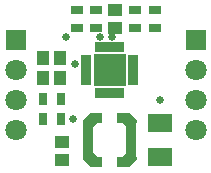
<source format=gts>
G04*
G04 #@! TF.GenerationSoftware,Altium Limited,Altium Designer,18.1.9 (240)*
G04*
G04 Layer_Color=8388736*
%FSLAX25Y25*%
%MOIN*%
G70*
G01*
G75*
%ADD26R,0.04343X0.03162*%
%ADD27R,0.03162X0.04343*%
%ADD28R,0.04737X0.04147*%
%ADD29R,0.04147X0.04737*%
G04:AMPARAMS|DCode=30|XSize=38.96mil|YSize=43.52mil|CornerRadius=4.16mil|HoleSize=0mil|Usage=FLASHONLY|Rotation=225.000|XOffset=0mil|YOffset=0mil|HoleType=Round|Shape=RoundedRectangle|*
%AMROUNDEDRECTD30*
21,1,0.03896,0.03521,0,0,225.0*
21,1,0.03065,0.04352,0,0,225.0*
1,1,0.00831,-0.02329,0.00161*
1,1,0.00831,-0.00161,0.02329*
1,1,0.00831,0.02329,-0.00161*
1,1,0.00831,0.00161,-0.02329*
%
%ADD30ROUNDEDRECTD30*%
G04:AMPARAMS|DCode=31|XSize=39.97mil|YSize=35.56mil|CornerRadius=4.14mil|HoleSize=0mil|Usage=FLASHONLY|Rotation=0.000|XOffset=0mil|YOffset=0mil|HoleType=Round|Shape=RoundedRectangle|*
%AMROUNDEDRECTD31*
21,1,0.03997,0.02728,0,0,0.0*
21,1,0.03169,0.03556,0,0,0.0*
1,1,0.00828,0.01585,-0.01364*
1,1,0.00828,-0.01585,-0.01364*
1,1,0.00828,-0.01585,0.01364*
1,1,0.00828,0.01585,0.01364*
%
%ADD31ROUNDEDRECTD31*%
G04:AMPARAMS|DCode=32|XSize=130.99mil|YSize=35.56mil|CornerRadius=4.14mil|HoleSize=0mil|Usage=FLASHONLY|Rotation=90.000|XOffset=0mil|YOffset=0mil|HoleType=Round|Shape=RoundedRectangle|*
%AMROUNDEDRECTD32*
21,1,0.13099,0.02728,0,0,90.0*
21,1,0.12272,0.03556,0,0,90.0*
1,1,0.00828,0.01364,0.06136*
1,1,0.00828,0.01364,-0.06136*
1,1,0.00828,-0.01364,-0.06136*
1,1,0.00828,-0.01364,0.06136*
%
%ADD32ROUNDEDRECTD32*%
G04:AMPARAMS|DCode=33|XSize=38.96mil|YSize=43.52mil|CornerRadius=4.16mil|HoleSize=0mil|Usage=FLASHONLY|Rotation=135.000|XOffset=0mil|YOffset=0mil|HoleType=Round|Shape=RoundedRectangle|*
%AMROUNDEDRECTD33*
21,1,0.03896,0.03521,0,0,135.0*
21,1,0.03065,0.04352,0,0,135.0*
1,1,0.00831,0.00161,0.02329*
1,1,0.00831,0.02329,0.00161*
1,1,0.00831,-0.00161,-0.02329*
1,1,0.00831,-0.02329,-0.00161*
%
%ADD33ROUNDEDRECTD33*%
%ADD34R,0.10642X0.10642*%
%ADD35R,0.01981X0.03674*%
%ADD36R,0.03674X0.01981*%
%ADD37R,0.07887X0.05918*%
%ADD38R,0.07099X0.07099*%
%ADD39C,0.07099*%
%ADD40C,0.02572*%
%ADD41C,0.02769*%
D26*
X36012Y48720D02*
D03*
Y54626D02*
D03*
X49212Y48720D02*
D03*
Y54626D02*
D03*
X55708Y48720D02*
D03*
Y54626D02*
D03*
X29626D02*
D03*
Y48720D02*
D03*
D27*
X24311Y24975D02*
D03*
X18405D02*
D03*
X24311Y18209D02*
D03*
X18405D02*
D03*
D28*
X42618Y54527D02*
D03*
Y48819D02*
D03*
X24901Y4823D02*
D03*
Y10531D02*
D03*
D29*
X18504Y38705D02*
D03*
X24212D02*
D03*
Y31938D02*
D03*
X18504D02*
D03*
D30*
X34338Y5106D02*
D03*
X46960Y17728D02*
D03*
D31*
X36098Y4134D02*
D03*
Y18701D02*
D03*
X45201D02*
D03*
Y4134D02*
D03*
D32*
X33366Y11417D02*
D03*
X47933D02*
D03*
D33*
X34338Y17728D02*
D03*
X46960Y5106D02*
D03*
D34*
X40649Y34768D02*
D03*
D35*
X36712Y42504D02*
D03*
X38681D02*
D03*
X40649D02*
D03*
X42618D02*
D03*
X44586D02*
D03*
Y27031D02*
D03*
X42618D02*
D03*
X40649D02*
D03*
X38681D02*
D03*
X36712D02*
D03*
D36*
X48386Y38705D02*
D03*
Y36736D02*
D03*
Y34768D02*
D03*
Y32799D02*
D03*
Y30831D02*
D03*
X32913D02*
D03*
Y32799D02*
D03*
Y34768D02*
D03*
Y36736D02*
D03*
Y38705D02*
D03*
D37*
X57480Y5708D02*
D03*
Y17126D02*
D03*
D38*
X69350Y44528D02*
D03*
X9350D02*
D03*
D39*
X69350Y34528D02*
D03*
Y24528D02*
D03*
Y14528D02*
D03*
X9350Y34528D02*
D03*
Y24528D02*
D03*
Y14528D02*
D03*
D40*
X26181Y45669D02*
D03*
X41339D02*
D03*
X37402D02*
D03*
X28960Y36736D02*
D03*
X28543Y18209D02*
D03*
X57480Y24527D02*
D03*
D41*
X42815Y32602D02*
D03*
X38484D02*
D03*
X42815Y36933D02*
D03*
X38484D02*
D03*
M02*

</source>
